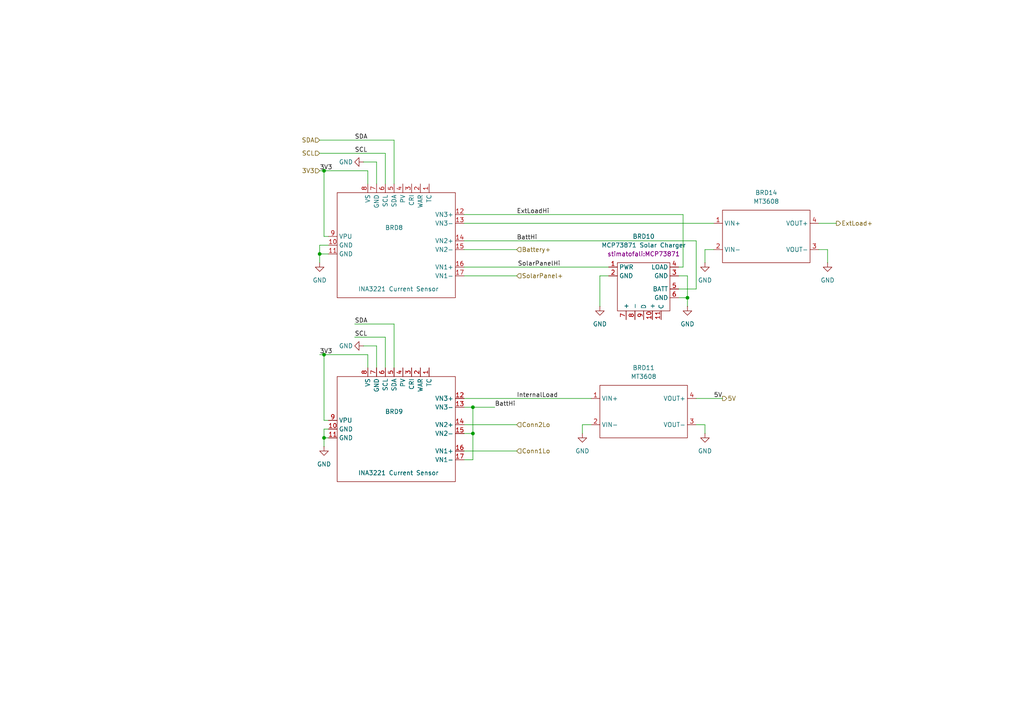
<source format=kicad_sch>
(kicad_sch (version 20250114) (generator "eeschema") (generator_version "9.0")
  (paper "A4")
  (lib_symbols
    (symbol "power:GND" (power) (pin_numbers (hide yes)) (pin_names (offset 0) (hide yes))
      (property "Value" "GND" (at 0 -3.81 0))
      (symbol "GND_0_1"
        (polyline (pts (xy 0 0) (xy 0 -1.27) (xy 1.27 -1.27) (xy 0 -2.54) (xy -1.27 -1.27) (xy 0 -1.27)))
      )
      (symbol "GND_1_1"
        (pin power_in line (at 0 0 270) (length 0) (name "~") (number "1"))
      )
    )
    (symbol "stimatofali:INA3221"
      (property "Reference" "BRD" (at 0.254 0.254 0))
      (property "Value" "INA3221 Current Sensor" (at 0 3.302 0))
      (symbol "INA3221_1_1"
        (rectangle (start -17.78 15.24) (end 16.51 -15.24))
        (pin output line (at -20.32 2.54 0) (length 2.54) (name "VPU") (number "9"))
        (pin output line (at -20.32 0 0) (length 2.54) (name "GND") (number "10"))
        (pin output line (at -20.32 -2.54 0) (length 2.54) (name "GND") (number "11"))
        (pin output line (at -8.89 17.78 270) (length 2.54) (name "VS") (number "8"))
        (pin output line (at -6.35 17.78 270) (length 2.54) (name "GND") (number "7"))
        (pin output line (at -3.81 17.78 270) (length 2.54) (name "SCL") (number "6"))
        (pin output line (at -1.27 17.78 270) (length 2.54) (name "SDA") (number "5"))
        (pin output line (at 1.27 17.78 270) (length 2.54) (name "PV") (number "4"))
        (pin output line (at 3.81 17.78 270) (length 2.54) (name "CRI") (number "3"))
        (pin output line (at 6.35 17.78 270) (length 2.54) (name "WAR") (number "2"))
        (pin output line (at 8.89 17.78 270) (length 2.54) (name "TC") (number "1"))
        (pin output line (at 19.05 8.89 180) (length 2.54) (name "VN3+") (number "12"))
        (pin output line (at 19.05 6.35 180) (length 2.54) (name "VN3-") (number "13"))
        (pin output line (at 19.05 1.27 180) (length 2.54) (name "VN2+") (number "14"))
        (pin output line (at 19.05 -1.27 180) (length 2.54) (name "VN2-") (number "15"))
        (pin output line (at 19.05 -6.35 180) (length 2.54) (name "VN1+") (number "16"))
        (pin output line (at 19.05 -8.89 180) (length 2.54) (name "VN1-") (number "17"))
      )
    )
    (symbol "stimatofali:MCP73871Board"
      (property "Reference" "BRD" (at 0 0 0))
      (property "Value" "MCP73871 Solar Charger" (at 0.508 7.874 0))
      (property "Footprint" "stimatofali:MCP73871" (at 0 0 0))
      (symbol "MCP73871Board_0_1"
        (rectangle (start -7.62 5.08) (end 7.62 -8.89))
      )
      (symbol "MCP73871Board_1_1"
        (pin power_in line (at -10.16 3.81 0) (length 2.54) (name "PWR") (number "1"))
        (pin power_in line (at -10.16 1.27 0) (length 2.54) (name "GND") (number "2"))
        (pin input line (at -5.08 -11.43 90) (length 2.54) (name "+") (number "7"))
        (pin input line (at -2.54 -11.43 90) (length 2.54) (name "-") (number "8"))
        (pin input line (at 0 -11.43 90) (length 2.54) (name "D") (number "9"))
        (pin input line (at 2.54 -11.43 90) (length 2.54) (name "+") (number "10"))
        (pin input line (at 5.08 -11.43 90) (length 2.54) (name "C") (number "11"))
        (pin power_in line (at 10.16 3.81 180) (length 2.54) (name "LOAD") (number "4"))
        (pin power_in line (at 10.16 1.27 180) (length 2.54) (name "GND") (number "3"))
        (pin power_in line (at 10.16 -2.54 180) (length 2.54) (name "BATT") (number "5"))
        (pin power_in line (at 10.16 -5.08 180) (length 2.54) (name "GND") (number "6"))
      )
    )
    (symbol "stimatofali:MT3608 Boost"
      (property "Reference" "BRD" (at 0 0 0))
      (property "Value" "MT3608" (at 0 3.302 0))
      (symbol "MT3608 Boost_0_1"
        (rectangle (start -12.7 7.62) (end 12.7 -7.62))
      )
      (symbol "MT3608 Boost_1_1"
        (pin output line (at -15.24 3.81 0) (length 2.54) (name "VOUT+") (number "4"))
        (pin output line (at -15.24 -3.81 0) (length 2.54) (name "VOUT-") (number "3"))
        (pin input line (at 15.24 3.81 180) (length 2.54) (name "VIN+") (number "1"))
        (pin output line (at 15.24 -3.81 180) (length 2.54) (name "VIN-") (number "2"))
      )
    )
  )
  (junction (at 199.39 86.36))
  (junction (at 93.98 127))
  (junction (at 137.16 125.73))
  (junction (at 93.98 49.53))
  (junction (at 92.71 73.66))
  (junction (at 137.16 118.11))
  (junction (at 93.98 102.87))
  (wire (pts (xy 114.3 93.98) (xy 114.3 106.68)))
  (wire (pts (xy 134.62 130.81) (xy 149.86 130.81)))
  (wire (pts (xy 93.98 121.92) (xy 95.25 121.92)))
  (wire (pts (xy 134.62 115.57) (xy 171.45 115.57)))
  (wire (pts (xy 201.93 69.85) (xy 201.93 83.82)))
  (wire (pts (xy 93.98 68.58) (xy 95.25 68.58)))
  (wire (pts (xy 102.87 93.98) (xy 114.3 93.98)))
  (wire (pts (xy 92.71 73.66) (xy 92.71 71.12)))
  (wire (pts (xy 201.93 123.19) (xy 204.47 123.19)))
  (wire (pts (xy 134.62 118.11) (xy 137.16 118.11)))
  (wire (pts (xy 92.71 40.64) (xy 114.3 40.64)))
  (wire (pts (xy 111.76 44.45) (xy 111.76 53.34)))
  (wire (pts (xy 93.98 102.87) (xy 106.68 102.87)))
  (wire (pts (xy 114.3 40.64) (xy 114.3 53.34)))
  (wire (pts (xy 240.03 72.39) (xy 237.49 72.39)))
  (wire (pts (xy 134.62 69.85) (xy 201.93 69.85)))
  (wire (pts (xy 201.93 115.57) (xy 209.55 115.57)))
  (wire (pts (xy 204.47 72.39) (xy 207.01 72.39)))
  (wire (pts (xy 92.71 71.12) (xy 95.25 71.12)))
  (wire (pts (xy 137.16 125.73) (xy 137.16 133.35)))
  (wire (pts (xy 204.47 76.2) (xy 204.47 72.39)))
  (wire (pts (xy 137.16 118.11) (xy 143.51 118.11)))
  (wire (pts (xy 106.68 102.87) (xy 106.68 106.68)))
  (wire (pts (xy 111.76 97.79) (xy 111.76 106.68)))
  (wire (pts (xy 92.71 76.2) (xy 92.71 73.66)))
  (wire (pts (xy 134.62 80.01) (xy 149.86 80.01)))
  (wire (pts (xy 109.22 46.99) (xy 109.22 53.34)))
  (wire (pts (xy 171.45 123.19) (xy 168.91 123.19)))
  (wire (pts (xy 198.12 62.23) (xy 198.12 77.47)))
  (wire (pts (xy 134.62 64.77) (xy 207.01 64.77)))
  (wire (pts (xy 92.71 44.45) (xy 111.76 44.45)))
  (wire (pts (xy 134.62 123.19) (xy 149.86 123.19)))
  (wire (pts (xy 93.98 127) (xy 95.25 127)))
  (wire (pts (xy 134.62 62.23) (xy 198.12 62.23)))
  (wire (pts (xy 199.39 80.01) (xy 199.39 86.36)))
  (wire (pts (xy 237.49 64.77) (xy 242.57 64.77)))
  (wire (pts (xy 106.68 49.53) (xy 106.68 53.34)))
  (wire (pts (xy 93.98 49.53) (xy 93.98 68.58)))
  (wire (pts (xy 105.41 100.33) (xy 109.22 100.33)))
  (wire (pts (xy 199.39 86.36) (xy 199.39 88.9)))
  (wire (pts (xy 134.62 72.39) (xy 149.86 72.39)))
  (wire (pts (xy 93.98 124.46) (xy 95.25 124.46)))
  (wire (pts (xy 92.71 102.87) (xy 93.98 102.87)))
  (wire (pts (xy 92.71 73.66) (xy 95.25 73.66)))
  (wire (pts (xy 173.99 88.9) (xy 173.99 80.01)))
  (wire (pts (xy 173.99 80.01) (xy 176.53 80.01)))
  (wire (pts (xy 204.47 123.19) (xy 204.47 125.73)))
  (wire (pts (xy 109.22 100.33) (xy 109.22 106.68)))
  (wire (pts (xy 93.98 127) (xy 93.98 124.46)))
  (wire (pts (xy 92.71 49.53) (xy 93.98 49.53)))
  (wire (pts (xy 93.98 49.53) (xy 106.68 49.53)))
  (wire (pts (xy 105.41 46.99) (xy 109.22 46.99)))
  (wire (pts (xy 201.93 83.82) (xy 196.85 83.82)))
  (wire (pts (xy 134.62 77.47) (xy 176.53 77.47)))
  (wire (pts (xy 240.03 76.2) (xy 240.03 72.39)))
  (wire (pts (xy 93.98 102.87) (xy 93.98 121.92)))
  (wire (pts (xy 168.91 123.19) (xy 168.91 125.73)))
  (wire (pts (xy 93.98 129.54) (xy 93.98 127)))
  (wire (pts (xy 137.16 118.11) (xy 137.16 125.73)))
  (wire (pts (xy 102.87 97.79) (xy 111.76 97.79)))
  (wire (pts (xy 134.62 125.73) (xy 137.16 125.73)))
  (wire (pts (xy 196.85 86.36) (xy 199.39 86.36)))
  (wire (pts (xy 198.12 77.47) (xy 196.85 77.47)))
  (wire (pts (xy 196.85 80.01) (xy 199.39 80.01)))
  (wire (pts (xy 134.62 133.35) (xy 137.16 133.35)))
  (label "InternalLoad" (at 149.86 115.57 0))
  (label "SDA" (at 102.87 93.98 0))
  (label "BattHi" (at 143.51 118.11 0))
  (label "SCL" (at 102.87 97.79 0))
  (label "ExtLoadHi" (at 149.86 62.23 0))
  (label "SolarPanelHi" (at 162.56 77.47 180))
  (label "BattHi" (at 149.86 69.85 0))
  (label "3V3" (at 92.71 49.53 0))
  (label "3V3" (at 92.71 102.87 0))
  (label "5V" (at 207.01 115.57 0))
  (label "SDA" (at 102.87 40.64 0))
  (label "SCL" (at 102.87 44.45 0))
  (hierarchical_label "3V3" (shape input) (at 92.71 49.53 180))
  (hierarchical_label "5V" (shape output) (at 209.55 115.57 0))
  (hierarchical_label "Conn1Lo" (shape input) (at 149.86 130.81 0))
  (hierarchical_label "Conn2Lo" (shape input) (at 149.86 123.19 0))
  (hierarchical_label "SDA" (shape input) (at 92.71 40.64 180))
  (hierarchical_label "Battery+" (shape input) (at 149.86 72.39 0))
  (hierarchical_label "ExtLoad+" (shape output) (at 242.57 64.77 0))
  (hierarchical_label "SCL" (shape input) (at 92.71 44.45 180))
  (hierarchical_label "SolarPanel+" (shape input) (at 149.86 80.01 0))
  (symbol (lib_id "power:GND") (at 105.41 46.99 270) (unit 1)
    (property "Reference" "#PWR011" (effects (hide yes)))
    (property "Value" "GND" (at 100.33 46.99 90))
    (property "Description" "Power symbol creates a global label with name \"GND\" , ground" (effects (hide yes)))
  )
  (symbol (lib_id "stimatofali:MCP73871Board") (at 186.69 81.28 0) (unit 1)
    (property "Reference" "BRD10" (at 186.69 68.58 0))
    (property "Value" "MCP73871 Solar Charger" (at 186.69 71.12 0))
    (property "Footprint" "stimatofali:MCP73871" (at 186.69 73.66 0))
  )
  (symbol (lib_id "stimatofali:INA3221") (at 115.57 124.46 0) (unit 1)
    (property "Reference" "BRD9" (at 114.3 119.38 0))
    (property "Value" "INA3221 Current Sensor" (at 115.57 137.16 0))
    (property "Footprint" "stimatofali:INA3221 Current Sensor" (effects (hide yes)))
  )
  (symbol (lib_id "power:GND") (at 240.03 76.2 0) (unit 1)
    (property "Reference" "#PWR031" (effects (hide yes)))
    (property "Value" "GND" (at 240.03 81.28 0))
    (property "Description" "Power symbol creates a global label with name \"GND\" , ground" (effects (hide yes)))
  )
  (symbol (lib_id "power:GND") (at 204.47 125.73 0) (unit 1)
    (property "Reference" "#PWR014" (effects (hide yes)))
    (property "Value" "GND" (at 204.47 130.81 0))
    (property "Description" "Power symbol creates a global label with name \"GND\" , ground" (effects (hide yes)))
  )
  (symbol (lib_id "power:GND") (at 173.99 88.9 0) (unit 1)
    (property "Reference" "#PWR012" (effects (hide yes)))
    (property "Value" "GND" (at 173.99 93.98 0))
    (property "Description" "Power symbol creates a global label with name \"GND\" , ground" (effects (hide yes)))
  )
  (symbol (lib_id "power:GND") (at 105.41 100.33 270) (unit 1)
    (property "Reference" "#PWR028" (effects (hide yes)))
    (property "Value" "GND" (at 100.33 100.33 90))
    (property "Description" "Power symbol creates a global label with name \"GND\" , ground" (effects (hide yes)))
  )
  (symbol (lib_id "power:GND") (at 168.91 125.73 0) (unit 1)
    (property "Reference" "#PWR05" (effects (hide yes)))
    (property "Value" "GND" (at 168.91 130.81 0))
    (property "Description" "Power symbol creates a global label with name \"GND\" , ground" (effects (hide yes)))
  )
  (symbol (lib_id "stimatofali:INA3221") (at 115.57 71.12 0) (unit 1)
    (property "Reference" "BRD8" (at 114.3 66.04 0))
    (property "Value" "INA3221 Current Sensor" (at 115.57 83.82 0))
    (property "Footprint" "stimatofali:INA3221 Current Sensor" (effects (hide yes)))
  )
  (symbol (lib_id "power:GND") (at 92.71 76.2 0) (unit 1)
    (property "Reference" "#PWR09" (effects (hide yes)))
    (property "Value" "GND" (at 92.71 81.28 0))
    (property "Description" "Power symbol creates a global label with name \"GND\" , ground" (effects (hide yes)))
  )
  (symbol (lib_id "stimatofali:MT3608 Boost") (at 222.25 68.58 0) (mirror y) (unit 1)
    (property "Reference" "BRD14" (at 222.25 55.88 0))
    (property "Value" "MT3608" (at 222.25 58.42 0))
    (property "Footprint" "stimatofali:MT3608 Boost" (effects (hide yes)))
  )
  (symbol (lib_id "stimatofali:MT3608 Boost") (at 186.69 119.38 0) (mirror y) (unit 1)
    (property "Reference" "BRD11" (at 186.69 106.68 0))
    (property "Value" "MT3608" (at 186.69 109.22 0))
    (property "Footprint" "stimatofali:MT3608 Boost" (effects (hide yes)))
  )
  (symbol (lib_id "power:GND") (at 199.39 88.9 0) (unit 1)
    (property "Reference" "#PWR013" (effects (hide yes)))
    (property "Value" "GND" (at 199.39 93.98 0))
    (property "Description" "Power symbol creates a global label with name \"GND\" , ground" (effects (hide yes)))
  )
  (symbol (lib_id "power:GND") (at 93.98 129.54 0) (unit 1)
    (property "Reference" "#PWR027" (effects (hide yes)))
    (property "Value" "GND" (at 93.98 134.62 0))
    (property "Description" "Power symbol creates a global label with name \"GND\" , ground" (effects (hide yes)))
  )
  (symbol (lib_id "power:GND") (at 204.47 76.2 0) (unit 1)
    (property "Reference" "#PWR030" (effects (hide yes)))
    (property "Value" "GND" (at 204.47 81.28 0))
    (property "Description" "Power symbol creates a global label with name \"GND\" , ground" (effects (hide yes)))
  )
)
</source>
